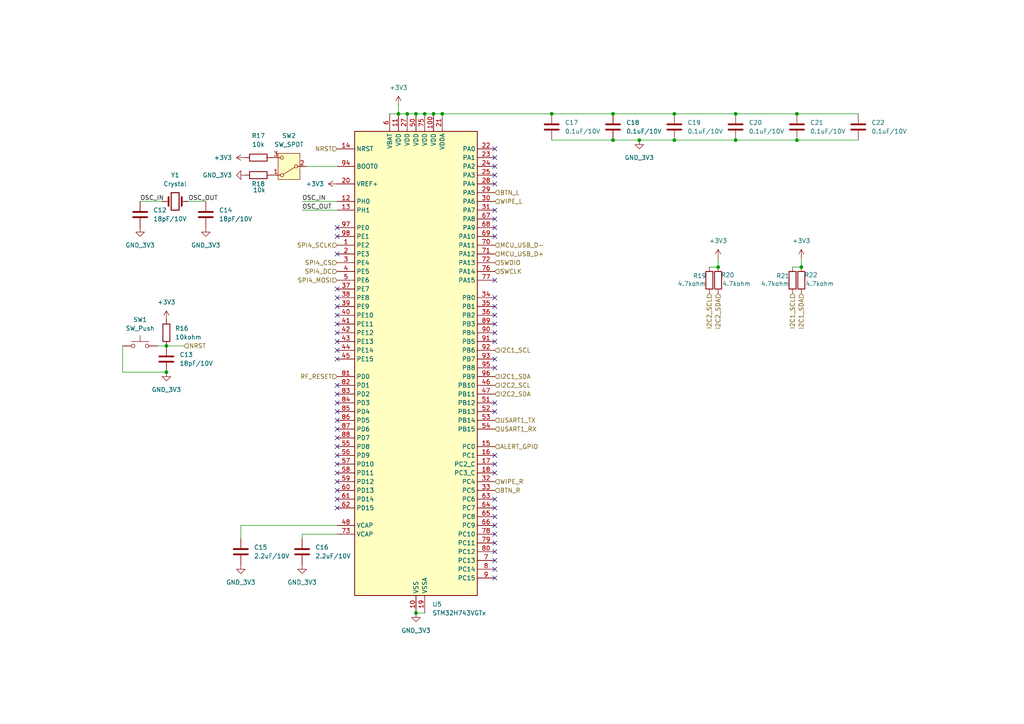
<source format=kicad_sch>
(kicad_sch (version 20231120) (generator "eeschema") (generator_version "8.0")
  (paper "A4")
  (lib_symbols
    (symbol "Device:C" (pin_numbers hide) (pin_names (offset 0.254))
      (property "Reference" "C" (at 0.635 2.54 0))
      (property "Value" "C" (at 0.635 -2.54 0))
      (symbol "C_0_1"
        (polyline (pts (xy -2.032 -0.762) (xy 2.032 -0.762)) (stroke (width 0.508)))
        (polyline (pts (xy -2.032 0.762) (xy 2.032 0.762)) (stroke (width 0.508)))
      )
      (symbol "C_1_1"
        (pin passive line (at 0 3.81 270) (length 2.794) (name "~") (number "1"))
        (pin passive line (at 0 -3.81 90) (length 2.794) (name "~") (number "2"))
      )
    )
    (symbol "Device:Crystal" (pin_numbers hide) (pin_names (offset 1.016) hide)
      (property "Reference" "Y" (at 0 3.81 0))
      (property "Value" "Crystal" (at 0 -3.81 0))
      (symbol "Crystal_0_1"
        (rectangle (start -1.143 2.54) (end 1.143 -2.54) (stroke (width 0.3048)))
        (polyline (pts (xy -2.54 0) (xy -1.905 0)))
        (polyline (pts (xy -1.905 -1.27) (xy -1.905 1.27)) (stroke (width 0.508)))
        (polyline (pts (xy 1.905 -1.27) (xy 1.905 1.27)) (stroke (width 0.508)))
        (polyline (pts (xy 2.54 0) (xy 1.905 0)))
      )
      (symbol "Crystal_1_1"
        (pin passive line (at -3.81 0 0) (length 1.27) (name "1") (number "1"))
        (pin passive line (at 3.81 0 180) (length 1.27) (name "2") (number "2"))
      )
    )
    (symbol "Device:R" (pin_numbers hide) (pin_names (offset 0))
      (property "Reference" "R" (at 2.032 0 90))
      (property "Value" "R" (at 0 0 90))
      (symbol "R_0_1"
        (rectangle (start -1.016 -2.54) (end 1.016 2.54) (stroke (width 0.254)))
      )
      (symbol "R_1_1"
        (pin passive line (at 0 3.81 270) (length 1.27) (name "~") (number "1"))
        (pin passive line (at 0 -3.81 90) (length 1.27) (name "~") (number "2"))
      )
    )
    (symbol "MCU_ST_STM32H7:STM32H743VGTx"
      (property "Reference" "U" (at -17.78 69.85 0))
      (property "Value" "STM32H743VGTx" (at 10.16 69.85 0))
      (symbol "STM32H743VGTx_0_1"
        (rectangle (start -17.78 -66.04) (end 17.78 68.58) (stroke (width 0.254)) (fill (type background)))
      )
      (symbol "STM32H743VGTx_1_1"
        (pin bidirectional line (at -22.86 35.56 0) (length 5.08) (name "PE2") (number "1"))
        (pin power_in line (at 0 -71.12 90) (length 5.08) (name "VSS") (number "10"))
        (pin power_in line (at 5.08 73.66 270) (length 5.08) (name "VDD") (number "100"))
        (pin power_in line (at -5.08 73.66 270) (length 5.08) (name "VDD") (number "11"))
        (pin bidirectional line (at -22.86 48.26 0) (length 5.08) (name "PH0") (number "12"))
        (pin bidirectional line (at -22.86 45.72 0) (length 5.08) (name "PH1") (number "13"))
        (pin input line (at -22.86 63.5 0) (length 5.08) (name "NRST") (number "14"))
        (pin bidirectional line (at 22.86 -22.86 180) (length 5.08) (name "PC0") (number "15"))
        (pin bidirectional line (at 22.86 -25.4 180) (length 5.08) (name "PC1") (number "16"))
        (pin bidirectional line (at 22.86 -27.94 180) (length 5.08) (name "PC2_C") (number "17"))
        (pin bidirectional line (at 22.86 -30.48 180) (length 5.08) (name "PC3_C") (number "18"))
        (pin power_in line (at 2.54 -71.12 90) (length 5.08) (name "VSSA") (number "19"))
        (pin bidirectional line (at -22.86 33.02 0) (length 5.08) (name "PE3") (number "2"))
        (pin input line (at -22.86 53.34 0) (length 5.08) (name "VREF+") (number "20"))
        (pin power_in line (at 7.62 73.66 270) (length 5.08) (name "VDDA") (number "21"))
        (pin bidirectional line (at 22.86 63.5 180) (length 5.08) (name "PA0") (number "22"))
        (pin bidirectional line (at 22.86 60.96 180) (length 5.08) (name "PA1") (number "23"))
        (pin bidirectional line (at 22.86 58.42 180) (length 5.08) (name "PA2") (number "24"))
        (pin bidirectional line (at 22.86 55.88 180) (length 5.08) (name "PA3") (number "25"))
        (pin passive line (at 0 -71.12 90) (length 5.08) hide (name "VSS") (number "26"))
        (pin power_in line (at -2.54 73.66 270) (length 5.08) (name "VDD") (number "27"))
        (pin bidirectional line (at 22.86 53.34 180) (length 5.08) (name "PA4") (number "28"))
        (pin bidirectional line (at 22.86 50.8 180) (length 5.08) (name "PA5") (number "29"))
        (pin bidirectional line (at -22.86 30.48 0) (length 5.08) (name "PE4") (number "3"))
        (pin bidirectional line (at 22.86 48.26 180) (length 5.08) (name "PA6") (number "30"))
        (pin bidirectional line (at 22.86 45.72 180) (length 5.08) (name "PA7") (number "31"))
        (pin bidirectional line (at 22.86 -33.02 180) (length 5.08) (name "PC4") (number "32"))
        (pin bidirectional line (at 22.86 -35.56 180) (length 5.08) (name "PC5") (number "33"))
        (pin bidirectional line (at 22.86 20.32 180) (length 5.08) (name "PB0") (number "34"))
        (pin bidirectional line (at 22.86 17.78 180) (length 5.08) (name "PB1") (number "35"))
        (pin bidirectional line (at 22.86 15.24 180) (length 5.08) (name "PB2") (number "36"))
        (pin bidirectional line (at -22.86 22.86 0) (length 5.08) (name "PE7") (number "37"))
        (pin bidirectional line (at -22.86 20.32 0) (length 5.08) (name "PE8") (number "38"))
        (pin bidirectional line (at -22.86 17.78 0) (length 5.08) (name "PE9") (number "39"))
        (pin bidirectional line (at -22.86 27.94 0) (length 5.08) (name "PE5") (number "4"))
        (pin bidirectional line (at -22.86 15.24 0) (length 5.08) (name "PE10") (number "40"))
        (pin bidirectional line (at -22.86 12.7 0) (length 5.08) (name "PE11") (number "41"))
        (pin bidirectional line (at -22.86 10.16 0) (length 5.08) (name "PE12") (number "42"))
        (pin bidirectional line (at -22.86 7.62 0) (length 5.08) (name "PE13") (number "43"))
        (pin bidirectional line (at -22.86 5.08 0) (length 5.08) (name "PE14") (number "44"))
        (pin bidirectional line (at -22.86 2.54 0) (length 5.08) (name "PE15") (number "45"))
        (pin bidirectional line (at 22.86 -5.08 180) (length 5.08) (name "PB10") (number "46"))
        (pin bidirectional line (at 22.86 -7.62 180) (length 5.08) (name "PB11") (number "47"))
        (pin power_out line (at -22.86 -45.72 0) (length 5.08) (name "VCAP") (number "48"))
        (pin passive line (at 0 -71.12 90) (length 5.08) hide (name "VSS") (number "49"))
        (pin bidirectional line (at -22.86 25.4 0) (length 5.08) (name "PE6") (number "5"))
        (pin power_in line (at 0 73.66 270) (length 5.08) (name "VDD") (number "50"))
        (pin bidirectional line (at 22.86 -10.16 180) (length 5.08) (name "PB12") (number "51"))
        (pin bidirectional line (at 22.86 -12.7 180) (length 5.08) (name "PB13") (number "52"))
        (pin bidirectional line (at 22.86 -15.24 180) (length 5.08) (name "PB14") (number "53"))
        (pin bidirectional line (at 22.86 -17.78 180) (length 5.08) (name "PB15") (number "54"))
        (pin bidirectional line (at -22.86 -22.86 0) (length 5.08) (name "PD8") (number "55"))
        (pin bidirectional line (at -22.86 -25.4 0) (length 5.08) (name "PD9") (number "56"))
        (pin bidirectional line (at -22.86 -27.94 0) (length 5.08) (name "PD10") (number "57"))
        (pin bidirectional line (at -22.86 -30.48 0) (length 5.08) (name "PD11") (number "58"))
        (pin bidirectional line (at -22.86 -33.02 0) (length 5.08) (name "PD12") (number "59"))
        (pin power_in line (at -7.62 73.66 270) (length 5.08) (name "VBAT") (number "6"))
        (pin bidirectional line (at -22.86 -35.56 0) (length 5.08) (name "PD13") (number "60"))
        (pin bidirectional line (at -22.86 -38.1 0) (length 5.08) (name "PD14") (number "61"))
        (pin bidirectional line (at -22.86 -40.64 0) (length 5.08) (name "PD15") (number "62"))
        (pin bidirectional line (at 22.86 -38.1 180) (length 5.08) (name "PC6") (number "63"))
        (pin bidirectional line (at 22.86 -40.64 180) (length 5.08) (name "PC7") (number "64"))
        (pin bidirectional line (at 22.86 -43.18 180) (length 5.08) (name "PC8") (number "65"))
        (pin bidirectional line (at 22.86 -45.72 180) (length 5.08) (name "PC9") (number "66"))
        (pin bidirectional line (at 22.86 43.18 180) (length 5.08) (name "PA8") (number "67"))
        (pin bidirectional line (at 22.86 40.64 180) (length 5.08) (name "PA9") (number "68"))
        (pin bidirectional line (at 22.86 38.1 180) (length 5.08) (name "PA10") (number "69"))
        (pin bidirectional line (at 22.86 -55.88 180) (length 5.08) (name "PC13") (number "7"))
        (pin bidirectional line (at 22.86 35.56 180) (length 5.08) (name "PA11") (number "70"))
        (pin bidirectional line (at 22.86 33.02 180) (length 5.08) (name "PA12") (number "71"))
        (pin bidirectional line (at 22.86 30.48 180) (length 5.08) (name "PA13") (number "72"))
        (pin power_out line (at -22.86 -48.26 0) (length 5.08) (name "VCAP") (number "73"))
        (pin passive line (at 0 -71.12 90) (length 5.08) hide (name "VSS") (number "74"))
        (pin power_in line (at 2.54 73.66 270) (length 5.08) (name "VDD") (number "75"))
        (pin bidirectional line (at 22.86 27.94 180) (length 5.08) (name "PA14") (number "76"))
        (pin bidirectional line (at 22.86 25.4 180) (length 5.08) (name "PA15") (number "77"))
        (pin bidirectional line (at 22.86 -48.26 180) (length 5.08) (name "PC10") (number "78"))
        (pin bidirectional line (at 22.86 -50.8 180) (length 5.08) (name "PC11") (number "79"))
        (pin bidirectional line (at 22.86 -58.42 180) (length 5.08) (name "PC14") (number "8"))
        (pin bidirectional line (at 22.86 -53.34 180) (length 5.08) (name "PC12") (number "80"))
        (pin bidirectional line (at -22.86 -2.54 0) (length 5.08) (name "PD0") (number "81"))
        (pin bidirectional line (at -22.86 -5.08 0) (length 5.08) (name "PD1") (number "82"))
        (pin bidirectional line (at -22.86 -7.62 0) (length 5.08) (name "PD2") (number "83"))
        (pin bidirectional line (at -22.86 -10.16 0) (length 5.08) (name "PD3") (number "84"))
        (pin bidirectional line (at -22.86 -12.7 0) (length 5.08) (name "PD4") (number "85"))
        (pin bidirectional line (at -22.86 -15.24 0) (length 5.08) (name "PD5") (number "86"))
        (pin bidirectional line (at -22.86 -17.78 0) (length 5.08) (name "PD6") (number "87"))
        (pin bidirectional line (at -22.86 -20.32 0) (length 5.08) (name "PD7") (number "88"))
        (pin bidirectional line (at 22.86 12.7 180) (length 5.08) (name "PB3") (number "89"))
        (pin bidirectional line (at 22.86 -60.96 180) (length 5.08) (name "PC15") (number "9"))
        (pin bidirectional line (at 22.86 10.16 180) (length 5.08) (name "PB4") (number "90"))
        (pin bidirectional line (at 22.86 7.62 180) (length 5.08) (name "PB5") (number "91"))
        (pin bidirectional line (at 22.86 5.08 180) (length 5.08) (name "PB6") (number "92"))
        (pin bidirectional line (at 22.86 2.54 180) (length 5.08) (name "PB7") (number "93"))
        (pin input line (at -22.86 58.42 0) (length 5.08) (name "BOOT0") (number "94"))
        (pin bidirectional line (at 22.86 0 180) (length 5.08) (name "PB8") (number "95"))
        (pin bidirectional line (at 22.86 -2.54 180) (length 5.08) (name "PB9") (number "96"))
        (pin bidirectional line (at -22.86 40.64 0) (length 5.08) (name "PE0") (number "97"))
        (pin bidirectional line (at -22.86 38.1 0) (length 5.08) (name "PE1") (number "98"))
        (pin passive line (at 0 -71.12 90) (length 5.08) hide (name "VSS") (number "99"))
      )
    )
    (symbol "Switch:SW_Push" (pin_numbers hide) (pin_names (offset 1.016) hide)
      (property "Reference" "SW" (at 1.27 2.54 0))
      (property "Value" "SW_Push" (at 0 -1.524 0))
      (symbol "SW_Push_0_1"
        (circle (center -2.032 0) (radius 0.508))
        (polyline (pts (xy 0 1.27) (xy 0 3.048)))
        (polyline (pts (xy 2.54 1.27) (xy -2.54 1.27)))
        (circle (center 2.032 0) (radius 0.508))
        (pin passive line (at -5.08 0 0) (length 2.54) (name "1") (number "1"))
        (pin passive line (at 5.08 0 180) (length 2.54) (name "2") (number "2"))
      )
    )
    (symbol "Switch:SW_SPDT" (pin_names (offset 0) hide)
      (property "Reference" "SW" (at 0 5.08 0))
      (property "Value" "SW_SPDT" (at 0 -5.08 0))
      (symbol "SW_SPDT_0_1"
        (circle (center -2.032 0) (radius 0.4572))
        (polyline (pts (xy -1.651 0.254) (xy 1.651 2.286)))
        (circle (center 2.032 -2.54) (radius 0.4572))
        (circle (center 2.032 2.54) (radius 0.4572))
      )
      (symbol "SW_SPDT_1_1"
        (rectangle (start -3.175 3.81) (end 3.175 -3.81) (fill (type background)))
        (pin passive line (at 5.08 2.54 180) (length 2.54) (name "A") (number "1"))
        (pin passive line (at -5.08 0 0) (length 2.54) (name "B") (number "2"))
        (pin passive line (at 5.08 -2.54 180) (length 2.54) (name "C") (number "3"))
      )
    )
    (symbol "power:+3V3" (power) (pin_numbers hide) (pin_names (offset 0) hide)
      (property "Value" "+3V3" (at 0 3.556 0))
      (symbol "+3V3_0_1"
        (polyline (pts (xy -0.762 1.27) (xy 0 2.54)))
        (polyline (pts (xy 0 0) (xy 0 2.54)))
        (polyline (pts (xy 0 2.54) (xy 0.762 1.27)))
      )
      (symbol "+3V3_1_1"
        (pin power_in line (at 0 0 90) (length 0) (name "~") (number "1"))
      )
    )
    (symbol "power:GND" (power) (pin_numbers hide) (pin_names (offset 0) hide)
      (property "Value" "GND" (at 0 -3.81 0))
      (symbol "GND_0_1"
        (polyline (pts (xy 0 0) (xy 0 -1.27) (xy 1.27 -1.27) (xy 0 -2.54) (xy -1.27 -1.27) (xy 0 -1.27)))
      )
      (symbol "GND_1_1"
        (pin power_in line (at 0 0 270) (length 0) (name "~") (number "1"))
      )
    )
  )
  (junction (at 195.58 33.02))
  (junction (at 115.57 33.02))
  (junction (at 118.11 33.02))
  (junction (at 231.14 40.64))
  (junction (at 195.58 40.64))
  (junction (at 213.36 40.64))
  (junction (at 177.8 40.64))
  (junction (at 177.8 33.02))
  (junction (at 128.27 33.02))
  (junction (at 232.41 77.47))
  (junction (at 213.36 33.02))
  (junction (at 123.19 33.02))
  (junction (at 120.65 177.8))
  (junction (at 120.65 33.02))
  (junction (at 48.26 100.33))
  (junction (at 185.42 40.64))
  (junction (at 231.14 33.02))
  (junction (at 125.73 33.02))
  (junction (at 160.02 33.02))
  (junction (at 48.26 107.95))
  (junction (at 208.28 77.47))
  (no_connect (at 143.51 99.06))
  (no_connect (at 143.51 137.16))
  (no_connect (at 97.79 96.52))
  (no_connect (at 143.51 134.62))
  (no_connect (at 143.51 157.48))
  (no_connect (at 143.51 60.96))
  (no_connect (at 97.79 86.36))
  (no_connect (at 97.79 111.76))
  (no_connect (at 143.51 50.8))
  (no_connect (at 143.51 45.72))
  (no_connect (at 143.51 116.84))
  (no_connect (at 97.79 121.92))
  (no_connect (at 143.51 86.36))
  (no_connect (at 143.51 154.94))
  (no_connect (at 97.79 144.78))
  (no_connect (at 143.51 147.32))
  (no_connect (at 97.79 66.04))
  (no_connect (at 97.79 91.44))
  (no_connect (at 97.79 147.32))
  (no_connect (at 143.51 68.58))
  (no_connect (at 97.79 114.3))
  (no_connect (at 143.51 160.02))
  (no_connect (at 143.51 106.68))
  (no_connect (at 97.79 119.38))
  (no_connect (at 143.51 91.44))
  (no_connect (at 97.79 129.54))
  (no_connect (at 143.51 81.28))
  (no_connect (at 97.79 116.84))
  (no_connect (at 97.79 88.9))
  (no_connect (at 97.79 68.58))
  (no_connect (at 97.79 142.24))
  (no_connect (at 97.79 124.46))
  (no_connect (at 143.51 162.56))
  (no_connect (at 143.51 152.4))
  (no_connect (at 97.79 99.06))
  (no_connect (at 97.79 137.16))
  (no_connect (at 143.51 48.26))
  (no_connect (at 97.79 134.62))
  (no_connect (at 97.79 104.14))
  (no_connect (at 97.79 139.7))
  (no_connect (at 143.51 119.38))
  (no_connect (at 143.51 53.34))
  (no_connect (at 97.79 132.08))
  (no_connect (at 143.51 93.98))
  (no_connect (at 143.51 149.86))
  (no_connect (at 143.51 165.1))
  (no_connect (at 143.51 66.04))
  (no_connect (at 143.51 88.9))
  (no_connect (at 97.79 83.82))
  (no_connect (at 143.51 43.18))
  (no_connect (at 143.51 144.78))
  (no_connect (at 143.51 104.14))
  (no_connect (at 97.79 73.66))
  (no_connect (at 143.51 63.5))
  (no_connect (at 143.51 167.64))
  (no_connect (at 143.51 132.08))
  (no_connect (at 143.51 96.52))
  (no_connect (at 97.79 127))
  (no_connect (at 97.79 93.98))
  (no_connect (at 97.79 101.6))
  (wire (pts (xy 113.03 33.02) (xy 115.57 33.02)))
  (wire (pts (xy 120.65 33.02) (xy 123.19 33.02)))
  (wire (pts (xy 123.19 33.02) (xy 125.73 33.02)))
  (wire (pts (xy 160.02 33.02) (xy 177.8 33.02)))
  (wire (pts (xy 87.63 154.94) (xy 87.63 156.21)))
  (wire (pts (xy 87.63 58.42) (xy 97.79 58.42)))
  (wire (pts (xy 205.74 77.47) (xy 208.28 77.47)))
  (wire (pts (xy 177.8 40.64) (xy 185.42 40.64)))
  (wire (pts (xy 213.36 40.64) (xy 231.14 40.64)))
  (wire (pts (xy 35.56 107.95) (xy 48.26 107.95)))
  (wire (pts (xy 195.58 33.02) (xy 213.36 33.02)))
  (wire (pts (xy 208.28 74.93) (xy 208.28 77.47)))
  (wire (pts (xy 40.64 58.42) (xy 46.99 58.42)))
  (wire (pts (xy 195.58 40.64) (xy 213.36 40.64)))
  (wire (pts (xy 231.14 40.64) (xy 248.92 40.64)))
  (wire (pts (xy 115.57 33.02) (xy 118.11 33.02)))
  (wire (pts (xy 120.65 177.8) (xy 123.19 177.8)))
  (wire (pts (xy 35.56 100.33) (xy 35.56 107.95)))
  (wire (pts (xy 128.27 33.02) (xy 160.02 33.02)))
  (wire (pts (xy 185.42 40.64) (xy 195.58 40.64)))
  (wire (pts (xy 232.41 74.93) (xy 232.41 77.47)))
  (wire (pts (xy 69.85 156.21) (xy 69.85 152.4)))
  (wire (pts (xy 88.9 48.26) (xy 97.79 48.26)))
  (wire (pts (xy 213.36 33.02) (xy 231.14 33.02)))
  (wire (pts (xy 48.26 100.33) (xy 45.72 100.33)))
  (wire (pts (xy 87.63 60.96) (xy 97.79 60.96)))
  (wire (pts (xy 229.87 77.47) (xy 232.41 77.47)))
  (wire (pts (xy 125.73 33.02) (xy 128.27 33.02)))
  (wire (pts (xy 87.63 154.94) (xy 97.79 154.94)))
  (wire (pts (xy 53.34 100.33) (xy 48.26 100.33)))
  (wire (pts (xy 231.14 33.02) (xy 248.92 33.02)))
  (wire (pts (xy 160.02 40.64) (xy 177.8 40.64)))
  (wire (pts (xy 115.57 30.48) (xy 115.57 33.02)))
  (wire (pts (xy 118.11 33.02) (xy 120.65 33.02)))
  (wire (pts (xy 177.8 33.02) (xy 195.58 33.02)))
  (wire (pts (xy 54.61 58.42) (xy 59.69 58.42)))
  (wire (pts (xy 69.85 152.4) (xy 97.79 152.4)))
  (label "OSC_OUT" (at 87.63 60.96 0))
  (label "OSC_IN" (at 40.64 58.42 0))
  (label "OSC_OUT" (at 54.61 58.42 0))
  (label "OSC_IN" (at 87.63 58.42 0))
  (hierarchical_label "I2C1_SCL" (shape input) (at 143.51 101.6 0))
  (hierarchical_label "I2C1_SDA" (shape input) (at 232.41 85.09 270))
  (hierarchical_label "SPI4_CS" (shape input) (at 97.79 76.2 180))
  (hierarchical_label "SWCLK" (shape input) (at 143.51 78.74 0))
  (hierarchical_label "USART1_TX" (shape input) (at 143.51 121.92 0))
  (hierarchical_label "ALERT_GPIO" (shape input) (at 143.51 129.54 0))
  (hierarchical_label "WIPE_R" (shape input) (at 143.51 139.7 0))
  (hierarchical_label "SPI4_DC" (shape input) (at 97.79 78.74 180))
  (hierarchical_label "BTN_L" (shape input) (at 143.51 55.88 0))
  (hierarchical_label "I2C1_SDA" (shape input) (at 143.51 109.22 0))
  (hierarchical_label "SWDIO" (shape input) (at 143.51 76.2 0))
  (hierarchical_label "I2C2_SCL" (shape input) (at 143.51 111.76 0))
  (hierarchical_label "BTN_R" (shape input) (at 143.51 142.24 0))
  (hierarchical_label "MCU_USB_D+" (shape input) (at 143.51 73.66 0))
  (hierarchical_label "I2C2_SDA" (shape input) (at 208.28 85.09 270))
  (hierarchical_label "I2C2_SCL" (shape input) (at 205.74 85.09 270))
  (hierarchical_label "NRST" (shape input) (at 97.79 43.18 180))
  (hierarchical_label "NRST" (shape input) (at 53.34 100.33 0))
  (hierarchical_label "WIPE_L" (shape input) (at 143.51 58.42 0))
  (hierarchical_label "MCU_USB_D-" (shape input) (at 143.51 71.12 0))
  (hierarchical_label "I2C2_SDA" (shape input) (at 143.51 114.3 0))
  (hierarchical_label "RF_RESET" (shape input) (at 97.79 109.22 180))
  (hierarchical_label "I2C1_SCL" (shape input) (at 229.87 85.09 270))
  (hierarchical_label "SPI4_SCLK" (shape input) (at 97.79 71.12 180))
  (hierarchical_label "USART1_RX" (shape input) (at 143.51 124.46 0))
  (hierarchical_label "SPI4_MOSI" (shape input) (at 97.79 81.28 180))
  (symbol (lib_id "Device:C") (at 177.8 36.83 0) (unit 1)
    (property "Reference" "C18" (at 181.61 35.5599 0) (effects (justify left)))
    (property "Value" "0.1uF/10V" (at 181.61 38.0999 0) (effects (justify left)))
    (property "Footprint" "Capacitor_SMD:C_0603_1608Metric" (effects (hide yes)))
    (property "Description" "Unpolarized capacitor" (effects (hide yes)))
    (property "MANUF_PN" "C0603C104K5RAC7411" (effects (hide yes)))
  )
  (symbol (lib_id "Device:C") (at 195.58 36.83 0) (unit 1)
    (property "Reference" "C19" (at 199.39 35.5599 0) (effects (justify left)))
    (property "Value" "0.1uF/10V" (at 199.39 38.0999 0) (effects (justify left)))
    (property "Footprint" "Capacitor_SMD:C_0603_1608Metric" (effects (hide yes)))
    (property "Description" "Unpolarized capacitor" (effects (hide yes)))
    (property "MANUF_PN" "C0603C104K5RAC7411" (effects (hide yes)))
  )
  (symbol (lib_id "Device:R") (at 48.26 96.52 0) (unit 1)
    (property "Reference" "R16" (at 50.8 95.2499 0) (effects (justify left)))
    (property "Value" "10kohm" (at 50.8 97.7899 0) (effects (justify left)))
    (property "Footprint" "Capacitor_SMD:C_0603_1608Metric" (effects (hide yes)))
    (property "Description" "Resistor" (effects (hide yes)))
    (property "MANUF_PN" "RC0603FR-0710KL" (effects (hide yes)))
  )
  (symbol (lib_id "Device:R") (at 232.41 81.28 180) (unit 1)
    (property "Reference" "R22" (at 235.204 79.756 0))
    (property "Value" "4.7kohm" (at 237.744 82.296 0))
    (property "Footprint" "Resistor_SMD:R_0603_1608Metric" (effects (hide yes)))
    (property "Description" "Resistor" (effects (hide yes)))
    (property "MANUF_PN" "ERA-3ARW472V" (effects (hide yes)))
  )
  (symbol (lib_id "power:GND") (at 48.26 107.95 0) (unit 1)
    (property "Reference" "#PWR059" (effects (hide yes)))
    (property "Value" "GND_3V3" (at 48.26 113.03 0))
    (property "Description" "Power symbol creates a global label with name \"GND\" , ground" (effects (hide yes)))
  )
  (symbol (lib_id "Device:C") (at 59.69 62.23 0) (unit 1)
    (property "Reference" "C14" (at 63.5 60.9599 0) (effects (justify left)))
    (property "Value" "18pF/10V" (at 63.5 63.4999 0) (effects (justify left)))
    (property "Footprint" "Capacitor_SMD:C_0603_1608Metric" (effects (hide yes)))
    (property "Description" "Unpolarized capacitor" (effects (hide yes)))
    (property "MANUF_PN" "C0603C180J5GACTU" (effects (hide yes)))
  )
  (symbol (lib_id "Device:R") (at 208.28 81.28 180) (unit 1)
    (property "Reference" "R20" (at 211.074 79.756 0))
    (property "Value" "4.7kohm" (at 213.614 82.296 0))
    (property "Footprint" "Resistor_SMD:R_0603_1608Metric" (effects (hide yes)))
    (property "Description" "Resistor" (effects (hide yes)))
    (property "MANUF_PN" "ERA-3ARW472V" (effects (hide yes)))
  )
  (symbol (lib_id "power:+3V3") (at 232.41 74.93 0) (unit 1)
    (property "Reference" "#PWR070" (effects (hide yes)))
    (property "Value" "+3V3" (at 232.41 69.85 0))
    (property "Description" "Power symbol creates a global label with name \"+3V3\"" (effects (hide yes)))
  )
  (symbol (lib_id "Device:R") (at 74.93 45.72 270) (unit 1)
    (property "Reference" "R17" (at 74.93 39.37 90))
    (property "Value" "10k" (at 74.93 41.91 90))
    (property "Footprint" "Capacitor_SMD:C_0603_1608Metric" (effects (hide yes)))
    (property "Description" "Resistor" (effects (hide yes)))
    (property "MANUF_PN" "RC0603FR-0710KL" (effects (hide yes)))
  )
  (symbol (lib_id "power:+3V3") (at 97.79 53.34 90) (unit 1)
    (property "Reference" "#PWR065" (effects (hide yes)))
    (property "Value" "+3V3" (at 93.98 53.3399 90) (effects (justify left)))
    (property "Description" "Power symbol creates a global label with name \"+3V3\"" (effects (hide yes)))
  )
  (symbol (lib_id "Switch:SW_Push") (at 40.64 100.33 0) (unit 1)
    (property "Reference" "SW1" (at 40.64 92.71 0))
    (property "Value" "SW_Push" (at 40.64 95.25 0))
    (property "Footprint" "Button_Switch_THT:SW_PUSH_6mm" (effects (hide yes)))
    (property "Description" "Push button switch, generic, two pins" (effects (hide yes)))
    (property "MANUF_PN" "1825910-6" (effects (hide yes)))
  )
  (symbol (lib_id "power:+3V3") (at 115.57 30.48 0) (unit 1)
    (property "Reference" "#PWR066" (effects (hide yes)))
    (property "Value" "+3V3" (at 115.57 25.4 0))
    (property "Description" "Power symbol creates a global label with name \"+3V3\"" (effects (hide yes)))
  )
  (symbol (lib_id "power:GND") (at 69.85 163.83 0) (unit 1)
    (property "Reference" "#PWR061" (effects (hide yes)))
    (property "Value" "GND_3V3" (at 69.85 168.91 0))
    (property "Description" "Power symbol creates a global label with name \"GND\" , ground" (effects (hide yes)))
  )
  (symbol (lib_id "power:GND") (at 40.64 66.04 0) (unit 1)
    (property "Reference" "#PWR057" (effects (hide yes)))
    (property "Value" "GND_3V3" (at 40.64 71.12 0))
    (property "Description" "Power symbol creates a global label with name \"GND\" , ground" (effects (hide yes)))
  )
  (symbol (lib_id "power:GND") (at 59.69 66.04 0) (unit 1)
    (property "Reference" "#PWR060" (effects (hide yes)))
    (property "Value" "GND_3V3" (at 59.69 71.12 0))
    (property "Description" "Power symbol creates a global label with name \"GND\" , ground" (effects (hide yes)))
  )
  (symbol (lib_id "Device:C") (at 248.92 36.83 0) (unit 1)
    (property "Reference" "C22" (at 252.73 35.5599 0) (effects (justify left)))
    (property "Value" "0.1uF/10V" (at 252.73 38.0999 0) (effects (justify left)))
    (property "Footprint" "Capacitor_SMD:C_0603_1608Metric" (effects (hide yes)))
    (property "Description" "Unpolarized capacitor" (effects (hide yes)))
    (property "MANUF_PN" "C0603C104K5RAC7411" (effects (hide yes)))
  )
  (symbol (lib_id "Device:R") (at 205.74 81.28 180) (unit 1)
    (property "Reference" "R19" (at 202.946 80.01 0))
    (property "Value" "4.7kohm" (at 200.66 82.296 0))
    (property "Footprint" "Resistor_SMD:R_0603_1608Metric" (effects (hide yes)))
    (property "Description" "Resistor" (effects (hide yes)))
    (property "MANUF_PN" "ERA-3ARW472V" (effects (hide yes)))
  )
  (symbol (lib_id "Switch:SW_SPDT") (at 83.82 48.26 180) (unit 1)
    (property "Reference" "SW2" (at 83.82 39.37 0))
    (property "Value" "SW_SPDT" (at 83.82 41.91 0))
    (property "Footprint" "Connector_PinHeader_2.54mm:PinHeader_1x03_P2.54mm_Vertical" (effects (hide yes)))
    (property "Description" "Switch, single pole double throw" (effects (hide yes)))
    (property "MANUF_PN" "N/A" (effects (hide yes)))
  )
  (symbol (lib_id "Device:R") (at 229.87 81.28 180) (unit 1)
    (property "Reference" "R21" (at 227.076 80.01 0))
    (property "Value" "4.7kohm" (at 224.79 82.296 0))
    (property "Footprint" "Resistor_SMD:R_0603_1608Metric" (effects (hide yes)))
    (property "Description" "Resistor" (effects (hide yes)))
    (property "MANUF_PN" "ERA-3ARW472V" (effects (hide yes)))
  )
  (symbol (lib_id "power:GND") (at 185.42 40.64 0) (unit 1)
    (property "Reference" "#PWR068" (effects (hide yes)))
    (property "Value" "GND_3V3" (at 185.42 45.72 0))
    (property "Description" "Power symbol creates a global label with name \"GND\" , ground" (effects (hide yes)))
  )
  (symbol (lib_id "Device:C") (at 69.85 160.02 0) (unit 1)
    (property "Reference" "C15" (at 73.66 158.7499 0) (effects (justify left)))
    (property "Value" "2.2uF/10V" (at 73.66 161.2899 0) (effects (justify left)))
    (property "Footprint" "Capacitor_SMD:C_0603_1608Metric" (effects (hide yes)))
    (property "Description" "Unpolarized capacitor" (effects (hide yes)))
    (property "MANUF_PN" "C0603C225K4PACTU" (effects (hide yes)))
  )
  (symbol (lib_id "power:GND") (at 87.63 163.83 0) (unit 1)
    (property "Reference" "#PWR064" (effects (hide yes)))
    (property "Value" "GND_3V3" (at 87.63 168.91 0))
    (property "Description" "Power symbol creates a global label with name \"GND\" , ground" (effects (hide yes)))
  )
  (symbol (lib_id "Device:C") (at 87.63 160.02 0) (unit 1)
    (property "Reference" "C16" (at 91.44 158.7499 0) (effects (justify left)))
    (property "Value" "2.2uF/10V" (at 91.44 161.2899 0) (effects (justify left)))
    (property "Footprint" "Capacitor_SMD:C_0603_1608Metric" (effects (hide yes)))
    (property "Description" "Unpolarized capacitor" (effects (hide yes)))
    (property "MANUF_PN" "C0603C225K4PACTU" (effects (hide yes)))
  )
  (symbol (lib_id "Device:C") (at 48.26 104.14 0) (unit 1)
    (property "Reference" "C13" (at 52.07 102.8699 0) (effects (justify left)))
    (property "Value" "18pF/10V" (at 52.07 105.4099 0) (effects (justify left)))
    (property "Footprint" "Capacitor_SMD:C_0603_1608Metric" (effects (hide yes)))
    (property "Description" "Unpolarized capacitor" (effects (hide yes)))
    (property "MANUF_PN" "C0603C180J5GACTU" (effects (hide yes)))
  )
  (symbol (lib_id "Device:C") (at 231.14 36.83 0) (unit 1)
    (property "Reference" "C21" (at 234.95 35.5599 0) (effects (justify left)))
    (property "Value" "0.1uF/10V" (at 234.95 38.0999 0) (effects (justify left)))
    (property "Footprint" "Capacitor_SMD:C_0603_1608Metric" (effects (hide yes)))
    (property "Description" "Unpolarized capacitor" (effects (hide yes)))
    (property "MANUF_PN" "C0603C104K5RAC7411" (effects (hide yes)))
  )
  (symbol (lib_id "Device:Crystal") (at 50.8 58.42 180) (unit 1)
    (property "Reference" "Y1" (at 50.8 50.8 0))
    (property "Value" "Crystal" (at 50.8 53.34 0))
    (property "Footprint" "Crystal:Crystal_SMD_Abracon_ABM3-2Pin_5.0x3.2mm" (effects (hide yes)))
    (property "Datasheet" "https://abracon.com/Resonators/ABM7.pdf" (effects (hide yes)))
    (property "Description" "Two pin crystal (ABM7-25.000MHZ-D2Y-T)" (effects (hide yes)))
    (property "MANUF_PN" "ABM7-25.000MHZ-D2Y-T" (effects (hide yes)))
  )
  (symbol (lib_id "power:+3V3") (at 71.12 45.72 90) (unit 1)
    (property "Reference" "#PWR062" (effects (hide yes)))
    (property "Value" "+3V3" (at 67.31 45.7199 90) (effects (justify left)))
    (property "Description" "Power symbol creates a global label with name \"+3V3\"" (effects (hide yes)))
  )
  (symbol (lib_id "Device:C") (at 40.64 62.23 0) (unit 1)
    (property "Reference" "C12" (at 44.45 60.9599 0) (effects (justify left)))
    (property "Value" "18pF/10V" (at 44.45 63.4999 0) (effects (justify left)))
    (property "Footprint" "Capacitor_SMD:C_0603_1608Metric" (effects (hide yes)))
    (property "Description" "Unpolarized capacitor" (effects (hide yes)))
    (property "MANUF_PN" "C0603C180J5GACTU" (effects (hide yes)))
  )
  (symbol (lib_id "power:+3V3") (at 48.26 92.71 0) (unit 1)
    (property "Reference" "#PWR058" (effects (hide yes)))
    (property "Value" "+3V3" (at 48.26 87.63 0))
    (property "Description" "Power symbol creates a global label with name \"+3V3\"" (effects (hide yes)))
  )
  (symbol (lib_id "MCU_ST_STM32H7:STM32H743VGTx") (at 120.65 106.68 0) (unit 1)
    (property "Reference" "U5" (at 125.3841 175.26 0) (effects (justify left)))
    (property "Value" "STM32H743VGTx" (at 125.3841 177.8 0) (effects (justify left)))
    (property "Footprint" "Package_QFP:LQFP-100_14x14mm_P0.5mm" (effects (hide yes)))
    (property "Datasheet" "https://www.st.com/resource/en/datasheet/stm32h743vg.pdf" (effects (hide yes)))
    (property "Description" "STMicroelectronics Arm Cortex-M7 MCU, 1024KB flash, 1024KB RAM, 480 MHz, 1.71-3.6V, 82 GPIO, LQFP100" (effects (hide yes)))
    (property "MANUF_PN" "STM32H743VGT6" (effects (hide yes)))
  )
  (symbol (lib_id "Device:R") (at 74.93 50.8 270) (unit 1)
    (property "Reference" "R18" (at 74.93 53.34 90))
    (property "Value" "10k" (at 75.184 55.118 90))
    (property "Footprint" "Capacitor_SMD:C_0603_1608Metric" (effects (hide yes)))
    (property "Description" "Resistor" (effects (hide yes)))
    (property "MANUF_PN" "RC0603FR-0710KL" (effects (hide yes)))
  )
  (symbol (lib_id "Device:C") (at 160.02 36.83 0) (unit 1)
    (property "Reference" "C17" (at 163.83 35.5599 0) (effects (justify left)))
    (property "Value" "0.1uF/10V" (at 163.83 38.0999 0) (effects (justify left)))
    (property "Footprint" "Capacitor_SMD:C_0603_1608Metric" (effects (hide yes)))
    (property "Description" "Unpolarized capacitor" (effects (hide yes)))
    (property "MANUF_PN" "C0603C104K5RAC7411" (effects (hide yes)))
  )
  (symbol (lib_id "power:+3V3") (at 208.28 74.93 0) (unit 1)
    (property "Reference" "#PWR069" (effects (hide yes)))
    (property "Value" "+3V3" (at 208.28 69.85 0))
    (property "Description" "Power symbol creates a global label with name \"+3V3\"" (effects (hide yes)))
  )
  (symbol (lib_id "Device:C") (at 213.36 36.83 0) (unit 1)
    (property "Reference" "C20" (at 217.17 35.5599 0) (effects (justify left)))
    (property "Value" "0.1uF/10V" (at 217.17 38.0999 0) (effects (justify left)))
    (property "Footprint" "Capacitor_SMD:C_0603_1608Metric" (effects (hide yes)))
    (property "Description" "Unpolarized capacitor" (effects (hide yes)))
    (property "MANUF_PN" "C0603C104K5RAC7411" (effects (hide yes)))
  )
  (symbol (lib_id "power:GND") (at 71.12 50.8 270) (unit 1)
    (property "Reference" "#PWR063" (effects (hide yes)))
    (property "Value" "GND_3V3" (at 67.31 50.7999 90) (effects (justify right)))
    (property "Description" "Power symbol creates a global label with name \"GND\" , ground" (effects (hide yes)))
  )
  (symbol (lib_id "power:GND") (at 120.65 177.8 0) (unit 1)
    (property "Reference" "#PWR067" (effects (hide yes)))
    (property "Value" "GND_3V3" (at 120.65 182.88 0))
    (property "Description" "Power symbol creates a global label with name \"GND\" , ground" (effects (hide yes)))
  )
)
</source>
